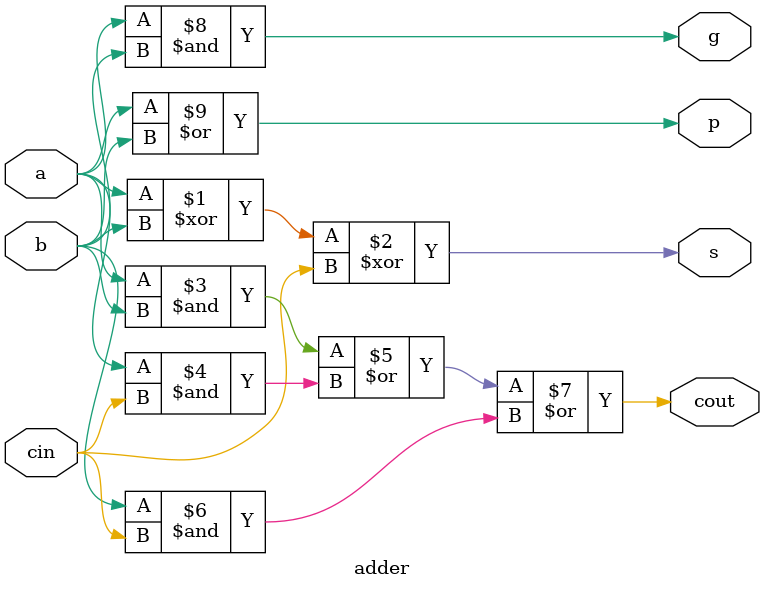
<source format=v>
`timescale 1ns / 1ps

module adder(
    input a, // 加数1
    input b,// 加数2
    input cin,// 进位
    output g, // 生成进位信号
    output p, // 传递进位信号
    output s, // 和
    output cout // 进位
    );
    assign s = a ^ b ^ cin; // 异或运算得到和
    assign cout = (a & b) | (a & cin) | (b & cin); // 与运算得到进位
    assign g = a & b; // 与运算得到生成进位信号
    assign p = a | b; // 或运算得到传递进位信号
endmodule
</source>
